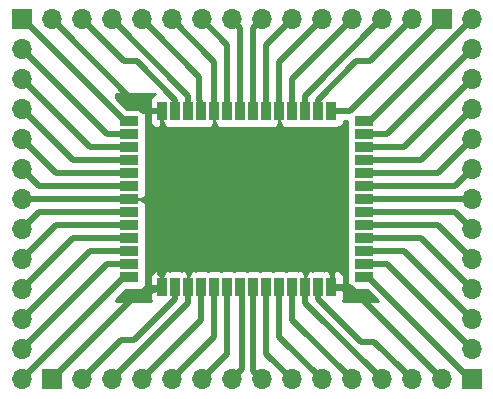
<source format=gbr>
G04 #@! TF.GenerationSoftware,KiCad,Pcbnew,(5.0.2)-1*
G04 #@! TF.CreationDate,2020-04-06T16:25:54+09:00*
G04 #@! TF.ProjectId,ZED-F9P_Converter,5a45442d-4639-4505-9f43-6f6e76657274,1.0*
G04 #@! TF.SameCoordinates,Original*
G04 #@! TF.FileFunction,Copper,L1,Top*
G04 #@! TF.FilePolarity,Positive*
%FSLAX46Y46*%
G04 Gerber Fmt 4.6, Leading zero omitted, Abs format (unit mm)*
G04 Created by KiCad (PCBNEW (5.0.2)-1) date 2020/04/06 16:25:54*
%MOMM*%
%LPD*%
G01*
G04 APERTURE LIST*
G04 #@! TA.AperFunction,SMDPad,CuDef*
%ADD10R,1.100000X1.100000*%
G04 #@! TD*
G04 #@! TA.AperFunction,SMDPad,CuDef*
%ADD11R,1.600000X0.900000*%
G04 #@! TD*
G04 #@! TA.AperFunction,SMDPad,CuDef*
%ADD12R,0.900000X1.600000*%
G04 #@! TD*
G04 #@! TA.AperFunction,ComponentPad*
%ADD13R,1.700000X1.700000*%
G04 #@! TD*
G04 #@! TA.AperFunction,ComponentPad*
%ADD14O,1.700000X1.700000*%
G04 #@! TD*
G04 #@! TA.AperFunction,Conductor*
%ADD15C,0.500000*%
G04 #@! TD*
G04 #@! TA.AperFunction,Conductor*
%ADD16C,0.250000*%
G04 #@! TD*
G04 #@! TA.AperFunction,Conductor*
%ADD17C,0.254000*%
G04 #@! TD*
G04 APERTURE END LIST*
D10*
G04 #@! TO.P,U1,0*
G04 #@! TO.N,GND*
X144290000Y-109190000D03*
X140090000Y-109190000D03*
X148490000Y-109190000D03*
X142190000Y-109190000D03*
X135890000Y-109190000D03*
X137990000Y-109190000D03*
X146390000Y-109190000D03*
X150590000Y-109190000D03*
X142190000Y-111290000D03*
X150590000Y-111290000D03*
X144290000Y-111290000D03*
X140090000Y-111290000D03*
X148490000Y-111290000D03*
X135890000Y-111290000D03*
X146390000Y-111290000D03*
X137990000Y-111290000D03*
X140090000Y-113390000D03*
X148490000Y-113390000D03*
X135890000Y-113390000D03*
X144290000Y-113390000D03*
X150590000Y-113390000D03*
X146390000Y-113390000D03*
X142190000Y-113390000D03*
X137990000Y-113390000D03*
X140090000Y-115490000D03*
X144290000Y-115490000D03*
X148490000Y-115490000D03*
X150590000Y-115490000D03*
X142190000Y-115490000D03*
X135890000Y-115490000D03*
X137990000Y-115490000D03*
X146390000Y-115490000D03*
X140090000Y-117590000D03*
X144290000Y-117590000D03*
X142190000Y-117590000D03*
X135890000Y-117590000D03*
X148490000Y-117590000D03*
X150590000Y-117590000D03*
X137990000Y-117590000D03*
X146390000Y-117590000D03*
X150590000Y-119690000D03*
X148490000Y-119690000D03*
X146390000Y-119690000D03*
X144290000Y-119690000D03*
X142190000Y-119690000D03*
X140090000Y-119690000D03*
X137990000Y-119690000D03*
X135890000Y-119690000D03*
D11*
G04 #@! TO.P,U1,52*
G04 #@! TO.N,Net-(J4-Pad11)*
X133290000Y-118840000D03*
G04 #@! TO.P,U1,42*
G04 #@! TO.N,Net-(J4-Pad1)*
X133290000Y-107840000D03*
G04 #@! TO.P,U1,47*
G04 #@! TO.N,Net-(J4-Pad6)*
X133290000Y-113340000D03*
G04 #@! TO.P,U1,49*
G04 #@! TO.N,Net-(J4-Pad8)*
X133290000Y-115540000D03*
G04 #@! TO.P,U1,44*
G04 #@! TO.N,Net-(J4-Pad3)*
X133290000Y-110040000D03*
G04 #@! TO.P,U1,46*
G04 #@! TO.N,Net-(J4-Pad5)*
X133290000Y-112240000D03*
G04 #@! TO.P,U1,54*
G04 #@! TO.N,Net-(J4-Pad13)*
X133290000Y-121040000D03*
G04 #@! TO.P,U1,48*
G04 #@! TO.N,GND*
X133290000Y-114440000D03*
G04 #@! TO.P,U1,45*
G04 #@! TO.N,Net-(J4-Pad4)*
X133290000Y-111140000D03*
G04 #@! TO.P,U1,50*
G04 #@! TO.N,Net-(J4-Pad9)*
X133290000Y-116640000D03*
G04 #@! TO.P,U1,53*
G04 #@! TO.N,Net-(J4-Pad12)*
X133290000Y-119940000D03*
G04 #@! TO.P,U1,51*
G04 #@! TO.N,Net-(J4-Pad10)*
X133290000Y-117740000D03*
G04 #@! TO.P,U1,43*
G04 #@! TO.N,Net-(J4-Pad2)*
X133290000Y-108940000D03*
G04 #@! TO.P,U1,27*
G04 #@! TO.N,Net-(J2-Pad13)*
X153190000Y-107840000D03*
G04 #@! TO.P,U1,26*
G04 #@! TO.N,Net-(J2-Pad12)*
X153190000Y-108940000D03*
G04 #@! TO.P,U1,25*
G04 #@! TO.N,Net-(J2-Pad11)*
X153190000Y-110040000D03*
G04 #@! TO.P,U1,24*
G04 #@! TO.N,Net-(J2-Pad10)*
X153190000Y-111140000D03*
G04 #@! TO.P,U1,23*
G04 #@! TO.N,Net-(J2-Pad9)*
X153190000Y-112240000D03*
G04 #@! TO.P,U1,22*
G04 #@! TO.N,Net-(J2-Pad8)*
X153190000Y-113340000D03*
G04 #@! TO.P,U1,21*
G04 #@! TO.N,Net-(J2-Pad7)*
X153190000Y-114440000D03*
G04 #@! TO.P,U1,20*
G04 #@! TO.N,Net-(J2-Pad6)*
X153190000Y-115540000D03*
G04 #@! TO.P,U1,19*
G04 #@! TO.N,Net-(J2-Pad5)*
X153190000Y-116640000D03*
G04 #@! TO.P,U1,18*
G04 #@! TO.N,Net-(J2-Pad4)*
X153190000Y-117740000D03*
G04 #@! TO.P,U1,17*
G04 #@! TO.N,Net-(J2-Pad3)*
X153190000Y-118840000D03*
G04 #@! TO.P,U1,16*
G04 #@! TO.N,Net-(J2-Pad2)*
X153190000Y-119940000D03*
G04 #@! TO.P,U1,15*
G04 #@! TO.N,Net-(J2-Pad1)*
X153190000Y-121040000D03*
D12*
G04 #@! TO.P,U1,33*
G04 #@! TO.N,Net-(J3-Pad6)*
X144890000Y-106940000D03*
G04 #@! TO.P,U1,34*
G04 #@! TO.N,Net-(J3-Pad7)*
X143790000Y-106940000D03*
G04 #@! TO.P,U1,35*
G04 #@! TO.N,Net-(J3-Pad8)*
X142690000Y-106940000D03*
G04 #@! TO.P,U1,37*
G04 #@! TO.N,GND*
X140490000Y-106940000D03*
G04 #@! TO.P,U1,32*
X145990000Y-106940000D03*
G04 #@! TO.P,U1,39*
G04 #@! TO.N,Net-(J3-Pad12)*
X138290000Y-106940000D03*
G04 #@! TO.P,U1,38*
G04 #@! TO.N,Net-(J3-Pad11)*
X139390000Y-106940000D03*
G04 #@! TO.P,U1,28*
G04 #@! TO.N,Net-(J3-Pad1)*
X150390000Y-106940000D03*
G04 #@! TO.P,U1,41*
G04 #@! TO.N,GND*
X136090000Y-106940000D03*
G04 #@! TO.P,U1,40*
G04 #@! TO.N,Net-(J3-Pad13)*
X137190000Y-106940000D03*
G04 #@! TO.P,U1,29*
G04 #@! TO.N,Net-(J3-Pad2)*
X149290000Y-106940000D03*
G04 #@! TO.P,U1,36*
G04 #@! TO.N,Net-(J3-Pad9)*
X141590000Y-106940000D03*
G04 #@! TO.P,U1,31*
G04 #@! TO.N,Net-(J3-Pad4)*
X147090000Y-106940000D03*
G04 #@! TO.P,U1,30*
G04 #@! TO.N,Net-(J3-Pad3)*
X148190000Y-106940000D03*
G04 #@! TO.P,U1,14*
G04 #@! TO.N,GND*
X150390000Y-121890000D03*
G04 #@! TO.P,U1,13*
G04 #@! TO.N,Net-(J1-Pad13)*
X149290000Y-121890000D03*
G04 #@! TO.P,U1,12*
G04 #@! TO.N,GND*
X148190000Y-121890000D03*
G04 #@! TO.P,U1,11*
G04 #@! TO.N,Net-(J1-Pad11)*
X147090000Y-121890000D03*
G04 #@! TO.P,U1,10*
G04 #@! TO.N,Net-(J1-Pad10)*
X145990000Y-121890000D03*
G04 #@! TO.P,U1,9*
G04 #@! TO.N,Net-(J1-Pad9)*
X144890000Y-121890000D03*
G04 #@! TO.P,U1,8*
G04 #@! TO.N,Net-(J1-Pad8)*
X143790000Y-121890000D03*
G04 #@! TO.P,U1,7*
G04 #@! TO.N,Net-(J1-Pad7)*
X142690000Y-121890000D03*
G04 #@! TO.P,U1,6*
G04 #@! TO.N,Net-(J1-Pad6)*
X141590000Y-121890000D03*
G04 #@! TO.P,U1,5*
G04 #@! TO.N,Net-(J1-Pad5)*
X140490000Y-121890000D03*
G04 #@! TO.P,U1,4*
G04 #@! TO.N,Net-(J1-Pad4)*
X139390000Y-121890000D03*
G04 #@! TO.P,U1,3*
G04 #@! TO.N,GND*
X138290000Y-121890000D03*
G04 #@! TO.P,U1,2*
G04 #@! TO.N,Net-(J1-Pad2)*
X137190000Y-121890000D03*
G04 #@! TO.P,U1,1*
G04 #@! TO.N,GND*
X136090000Y-121890000D03*
G04 #@! TD*
D13*
G04 #@! TO.P,J1,1*
G04 #@! TO.N,GND*
X126730000Y-129680000D03*
D14*
G04 #@! TO.P,J1,2*
G04 #@! TO.N,Net-(J1-Pad2)*
X129270000Y-129680000D03*
G04 #@! TO.P,J1,3*
G04 #@! TO.N,GND*
X131810000Y-129680000D03*
G04 #@! TO.P,J1,4*
G04 #@! TO.N,Net-(J1-Pad4)*
X134350000Y-129680000D03*
G04 #@! TO.P,J1,5*
G04 #@! TO.N,Net-(J1-Pad5)*
X136890000Y-129680000D03*
G04 #@! TO.P,J1,6*
G04 #@! TO.N,Net-(J1-Pad6)*
X139430000Y-129680000D03*
G04 #@! TO.P,J1,7*
G04 #@! TO.N,Net-(J1-Pad7)*
X141970000Y-129680000D03*
G04 #@! TO.P,J1,8*
G04 #@! TO.N,Net-(J1-Pad8)*
X144510000Y-129680000D03*
G04 #@! TO.P,J1,9*
G04 #@! TO.N,Net-(J1-Pad9)*
X147050000Y-129680000D03*
G04 #@! TO.P,J1,10*
G04 #@! TO.N,Net-(J1-Pad10)*
X149590000Y-129680000D03*
G04 #@! TO.P,J1,11*
G04 #@! TO.N,Net-(J1-Pad11)*
X152130000Y-129680000D03*
G04 #@! TO.P,J1,12*
G04 #@! TO.N,GND*
X154670000Y-129680000D03*
G04 #@! TO.P,J1,13*
G04 #@! TO.N,Net-(J1-Pad13)*
X157210000Y-129680000D03*
G04 #@! TO.P,J1,14*
G04 #@! TO.N,GND*
X159750000Y-129680000D03*
G04 #@! TD*
D13*
G04 #@! TO.P,J2,1*
G04 #@! TO.N,Net-(J2-Pad1)*
X162290000Y-129680000D03*
D14*
G04 #@! TO.P,J2,2*
G04 #@! TO.N,Net-(J2-Pad2)*
X162290000Y-127140000D03*
G04 #@! TO.P,J2,3*
G04 #@! TO.N,Net-(J2-Pad3)*
X162290000Y-124600000D03*
G04 #@! TO.P,J2,4*
G04 #@! TO.N,Net-(J2-Pad4)*
X162290000Y-122060000D03*
G04 #@! TO.P,J2,5*
G04 #@! TO.N,Net-(J2-Pad5)*
X162290000Y-119520000D03*
G04 #@! TO.P,J2,6*
G04 #@! TO.N,Net-(J2-Pad6)*
X162290000Y-116980000D03*
G04 #@! TO.P,J2,7*
G04 #@! TO.N,Net-(J2-Pad7)*
X162290000Y-114440000D03*
G04 #@! TO.P,J2,8*
G04 #@! TO.N,Net-(J2-Pad8)*
X162290000Y-111900000D03*
G04 #@! TO.P,J2,9*
G04 #@! TO.N,Net-(J2-Pad9)*
X162290000Y-109360000D03*
G04 #@! TO.P,J2,10*
G04 #@! TO.N,Net-(J2-Pad10)*
X162290000Y-106820000D03*
G04 #@! TO.P,J2,11*
G04 #@! TO.N,Net-(J2-Pad11)*
X162290000Y-104280000D03*
G04 #@! TO.P,J2,12*
G04 #@! TO.N,Net-(J2-Pad12)*
X162290000Y-101740000D03*
G04 #@! TO.P,J2,13*
G04 #@! TO.N,Net-(J2-Pad13)*
X162290000Y-99200000D03*
G04 #@! TD*
G04 #@! TO.P,J3,14*
G04 #@! TO.N,GND*
X126730000Y-99200000D03*
G04 #@! TO.P,J3,13*
G04 #@! TO.N,Net-(J3-Pad13)*
X129270000Y-99200000D03*
G04 #@! TO.P,J3,12*
G04 #@! TO.N,Net-(J3-Pad12)*
X131810000Y-99200000D03*
G04 #@! TO.P,J3,11*
G04 #@! TO.N,Net-(J3-Pad11)*
X134350000Y-99200000D03*
G04 #@! TO.P,J3,10*
G04 #@! TO.N,GND*
X136890000Y-99200000D03*
G04 #@! TO.P,J3,9*
G04 #@! TO.N,Net-(J3-Pad9)*
X139430000Y-99200000D03*
G04 #@! TO.P,J3,8*
G04 #@! TO.N,Net-(J3-Pad8)*
X141970000Y-99200000D03*
G04 #@! TO.P,J3,7*
G04 #@! TO.N,Net-(J3-Pad7)*
X144510000Y-99200000D03*
G04 #@! TO.P,J3,6*
G04 #@! TO.N,Net-(J3-Pad6)*
X147050000Y-99200000D03*
G04 #@! TO.P,J3,5*
G04 #@! TO.N,GND*
X149590000Y-99200000D03*
G04 #@! TO.P,J3,4*
G04 #@! TO.N,Net-(J3-Pad4)*
X152130000Y-99200000D03*
G04 #@! TO.P,J3,3*
G04 #@! TO.N,Net-(J3-Pad3)*
X154670000Y-99200000D03*
G04 #@! TO.P,J3,2*
G04 #@! TO.N,Net-(J3-Pad2)*
X157210000Y-99200000D03*
D13*
G04 #@! TO.P,J3,1*
G04 #@! TO.N,Net-(J3-Pad1)*
X159750000Y-99200000D03*
G04 #@! TD*
D14*
G04 #@! TO.P,J4,13*
G04 #@! TO.N,Net-(J4-Pad13)*
X124190000Y-129680000D03*
G04 #@! TO.P,J4,12*
G04 #@! TO.N,Net-(J4-Pad12)*
X124190000Y-127140000D03*
G04 #@! TO.P,J4,11*
G04 #@! TO.N,Net-(J4-Pad11)*
X124190000Y-124600000D03*
G04 #@! TO.P,J4,10*
G04 #@! TO.N,Net-(J4-Pad10)*
X124190000Y-122060000D03*
G04 #@! TO.P,J4,9*
G04 #@! TO.N,Net-(J4-Pad9)*
X124190000Y-119520000D03*
G04 #@! TO.P,J4,8*
G04 #@! TO.N,Net-(J4-Pad8)*
X124190000Y-116980000D03*
G04 #@! TO.P,J4,7*
G04 #@! TO.N,GND*
X124190000Y-114440000D03*
G04 #@! TO.P,J4,6*
G04 #@! TO.N,Net-(J4-Pad6)*
X124190000Y-111900000D03*
G04 #@! TO.P,J4,5*
G04 #@! TO.N,Net-(J4-Pad5)*
X124190000Y-109360000D03*
G04 #@! TO.P,J4,4*
G04 #@! TO.N,Net-(J4-Pad4)*
X124190000Y-106820000D03*
G04 #@! TO.P,J4,3*
G04 #@! TO.N,Net-(J4-Pad3)*
X124190000Y-104280000D03*
G04 #@! TO.P,J4,2*
G04 #@! TO.N,Net-(J4-Pad2)*
X124190000Y-101740000D03*
D13*
G04 #@! TO.P,J4,1*
G04 #@! TO.N,Net-(J4-Pad1)*
X124190000Y-99200000D03*
G04 #@! TD*
D15*
G04 #@! TO.N,Net-(J1-Pad2)*
X132585000Y-126365000D02*
X129270000Y-129680000D01*
X133675002Y-126365000D02*
X132585000Y-126365000D01*
X137190000Y-121890000D02*
X137190000Y-122850002D01*
X137190000Y-122850002D02*
X133675002Y-126365000D01*
G04 #@! TO.N,Net-(J1-Pad4)*
X139390000Y-124640000D02*
X134350000Y-129680000D01*
X139390000Y-121890000D02*
X139390000Y-124640000D01*
G04 #@! TO.N,Net-(J1-Pad5)*
X140490000Y-126080000D02*
X136890000Y-129680000D01*
X140490000Y-121890000D02*
X140490000Y-126080000D01*
G04 #@! TO.N,Net-(J1-Pad6)*
X141590000Y-127520000D02*
X139430000Y-129680000D01*
X141590000Y-121890000D02*
X141590000Y-127520000D01*
G04 #@! TO.N,Net-(J1-Pad7)*
X142819999Y-128830001D02*
X141970000Y-129680000D01*
X142819999Y-122234999D02*
X142819999Y-128830001D01*
X142690000Y-122105000D02*
X142819999Y-122234999D01*
X142690000Y-121890000D02*
X142690000Y-122105000D01*
G04 #@! TO.N,Net-(J1-Pad8)*
X143790000Y-128960000D02*
X144510000Y-129680000D01*
X143790000Y-121890000D02*
X143790000Y-128960000D01*
G04 #@! TO.N,Net-(J1-Pad9)*
X144890000Y-127520000D02*
X147050000Y-129680000D01*
X144890000Y-121890000D02*
X144890000Y-127520000D01*
G04 #@! TO.N,Net-(J1-Pad10)*
X145990000Y-126080000D02*
X149590000Y-129680000D01*
X145990000Y-121890000D02*
X145990000Y-126080000D01*
G04 #@! TO.N,Net-(J1-Pad11)*
X147090000Y-124640000D02*
X152130000Y-129680000D01*
X147090000Y-121890000D02*
X147090000Y-124640000D01*
G04 #@! TO.N,Net-(J1-Pad13)*
X156360001Y-128830001D02*
X157210000Y-129680000D01*
X153998002Y-126468002D02*
X156360001Y-128830001D01*
X152908000Y-126468002D02*
X153998002Y-126468002D01*
X149290000Y-121890000D02*
X149290000Y-122850002D01*
X149290000Y-122850002D02*
X152908000Y-126468002D01*
G04 #@! TO.N,Net-(J2-Pad1)*
X162180000Y-129680000D02*
X162290000Y-129680000D01*
X153540000Y-121040000D02*
X162180000Y-129680000D01*
X153190000Y-121040000D02*
X153540000Y-121040000D01*
G04 #@! TO.N,Net-(J2-Pad2)*
X155090000Y-119940000D02*
X162290000Y-127140000D01*
X153190000Y-119940000D02*
X155090000Y-119940000D01*
G04 #@! TO.N,Net-(J2-Pad3)*
X156530000Y-118840000D02*
X162290000Y-124600000D01*
X153190000Y-118840000D02*
X156530000Y-118840000D01*
G04 #@! TO.N,Net-(J2-Pad4)*
X157970000Y-117740000D02*
X162290000Y-122060000D01*
X153190000Y-117740000D02*
X157970000Y-117740000D01*
G04 #@! TO.N,Net-(J2-Pad5)*
X159410000Y-116640000D02*
X162290000Y-119520000D01*
X153190000Y-116640000D02*
X159410000Y-116640000D01*
G04 #@! TO.N,Net-(J2-Pad6)*
X160850000Y-115540000D02*
X162290000Y-116980000D01*
X153190000Y-115540000D02*
X160850000Y-115540000D01*
G04 #@! TO.N,Net-(J2-Pad7)*
X153190000Y-114440000D02*
X162290000Y-114440000D01*
G04 #@! TO.N,Net-(J2-Pad8)*
X160850000Y-113340000D02*
X162290000Y-111900000D01*
X153190000Y-113340000D02*
X160850000Y-113340000D01*
G04 #@! TO.N,Net-(J2-Pad9)*
X159410000Y-112240000D02*
X162290000Y-109360000D01*
X153190000Y-112240000D02*
X159410000Y-112240000D01*
G04 #@! TO.N,Net-(J2-Pad10)*
X157970000Y-111140000D02*
X162290000Y-106820000D01*
X153190000Y-111140000D02*
X157970000Y-111140000D01*
G04 #@! TO.N,Net-(J2-Pad11)*
X156530000Y-110040000D02*
X162290000Y-104280000D01*
X153190000Y-110040000D02*
X156530000Y-110040000D01*
G04 #@! TO.N,Net-(J2-Pad12)*
X155090000Y-108940000D02*
X162290000Y-101740000D01*
X153190000Y-108940000D02*
X155090000Y-108940000D01*
G04 #@! TO.N,Net-(J2-Pad13)*
X161440001Y-100049999D02*
X162290000Y-99200000D01*
X153650000Y-107840000D02*
X161440001Y-100049999D01*
X153190000Y-107840000D02*
X153650000Y-107840000D01*
G04 #@! TO.N,Net-(J3-Pad13)*
X130119999Y-100049999D02*
X129270000Y-99200000D01*
X132813000Y-102743000D02*
X130119999Y-100049999D01*
X133953002Y-102743000D02*
X132813000Y-102743000D01*
X137190000Y-106940000D02*
X137190000Y-105979998D01*
X137190000Y-105979998D02*
X133953002Y-102743000D01*
G04 #@! TO.N,Net-(J3-Pad12)*
X131850000Y-99200000D02*
X131810000Y-99200000D01*
X138290000Y-105640000D02*
X131850000Y-99200000D01*
X138290000Y-106940000D02*
X138290000Y-105640000D01*
G04 #@! TO.N,Net-(J3-Pad11)*
X135199999Y-100049999D02*
X134350000Y-99200000D01*
X139190001Y-104040001D02*
X135199999Y-100049999D01*
X139190001Y-106043001D02*
X139190001Y-104040001D01*
X139390000Y-106243000D02*
X139190001Y-106043001D01*
X139390000Y-106940000D02*
X139390000Y-106243000D01*
G04 #@! TO.N,Net-(J3-Pad9)*
X141590000Y-101360000D02*
X139430000Y-99200000D01*
X141590000Y-106940000D02*
X141590000Y-101360000D01*
G04 #@! TO.N,Net-(J3-Pad8)*
X142690000Y-99920000D02*
X141970000Y-99200000D01*
X142690000Y-106940000D02*
X142690000Y-99920000D01*
G04 #@! TO.N,Net-(J3-Pad7)*
X143790000Y-99920000D02*
X144510000Y-99200000D01*
X143790000Y-106940000D02*
X143790000Y-99920000D01*
G04 #@! TO.N,Net-(J3-Pad6)*
X144890000Y-101360000D02*
X147050000Y-99200000D01*
X144890000Y-106940000D02*
X144890000Y-101360000D01*
G04 #@! TO.N,Net-(J3-Pad4)*
X147090000Y-104240000D02*
X152130000Y-99200000D01*
X147090000Y-106940000D02*
X147090000Y-104240000D01*
G04 #@! TO.N,Net-(J3-Pad3)*
X154630000Y-99200000D02*
X154670000Y-99200000D01*
X148190000Y-105640000D02*
X154630000Y-99200000D01*
X148190000Y-106940000D02*
X148190000Y-105640000D01*
G04 #@! TO.N,Net-(J3-Pad2)*
X156360001Y-100049999D02*
X157210000Y-99200000D01*
X153667000Y-102743000D02*
X156360001Y-100049999D01*
X152526998Y-102743000D02*
X153667000Y-102743000D01*
X149290000Y-106940000D02*
X149290000Y-105979998D01*
X149290000Y-105979998D02*
X152526998Y-102743000D01*
G04 #@! TO.N,Net-(J3-Pad1)*
X151340000Y-106940000D02*
X150390000Y-106940000D01*
X152013000Y-106940000D02*
X151340000Y-106940000D01*
X159750000Y-99200000D02*
X159750000Y-99203000D01*
X159750000Y-99203000D02*
X152013000Y-106940000D01*
G04 #@! TO.N,Net-(J4-Pad13)*
X132830000Y-121040000D02*
X133290000Y-121040000D01*
X124190000Y-129680000D02*
X132830000Y-121040000D01*
G04 #@! TO.N,Net-(J4-Pad12)*
X131390000Y-119940000D02*
X133290000Y-119940000D01*
X124190000Y-127140000D02*
X131390000Y-119940000D01*
G04 #@! TO.N,Net-(J4-Pad11)*
X129950000Y-118840000D02*
X133290000Y-118840000D01*
X124190000Y-124600000D02*
X129950000Y-118840000D01*
D16*
G04 #@! TO.N,Net-(J4-Pad10)*
X125039999Y-121210001D02*
X124190000Y-122060000D01*
X127860010Y-118389990D02*
X125039999Y-121210001D01*
X133290000Y-117740000D02*
X132240000Y-117740000D01*
D15*
X128510000Y-117740000D02*
X124190000Y-122060000D01*
X133290000Y-117740000D02*
X128510000Y-117740000D01*
G04 #@! TO.N,Net-(J4-Pad9)*
X127070000Y-116640000D02*
X124190000Y-119520000D01*
X133290000Y-116640000D02*
X127070000Y-116640000D01*
G04 #@! TO.N,Net-(J4-Pad8)*
X125630000Y-115540000D02*
X124190000Y-116980000D01*
X133290000Y-115540000D02*
X125630000Y-115540000D01*
G04 #@! TO.N,Net-(J4-Pad6)*
X125630000Y-113340000D02*
X124190000Y-111900000D01*
X133290000Y-113340000D02*
X125630000Y-113340000D01*
G04 #@! TO.N,Net-(J4-Pad5)*
X127070000Y-112240000D02*
X133290000Y-112240000D01*
X124190000Y-109360000D02*
X127070000Y-112240000D01*
G04 #@! TO.N,Net-(J4-Pad4)*
X128510000Y-111140000D02*
X124190000Y-106820000D01*
X133290000Y-111140000D02*
X128510000Y-111140000D01*
G04 #@! TO.N,Net-(J4-Pad3)*
X129950000Y-110040000D02*
X133290000Y-110040000D01*
X124190000Y-104280000D02*
X129950000Y-110040000D01*
G04 #@! TO.N,Net-(J4-Pad2)*
X131390000Y-108940000D02*
X124190000Y-101740000D01*
X133290000Y-108940000D02*
X131390000Y-108940000D01*
G04 #@! TO.N,Net-(J4-Pad1)*
X124300000Y-99200000D02*
X124190000Y-99200000D01*
X132940000Y-107840000D02*
X124300000Y-99200000D01*
X133290000Y-107840000D02*
X132940000Y-107840000D01*
G04 #@! TO.N,GND*
X148190000Y-123200000D02*
X154670000Y-129680000D01*
X148190000Y-121890000D02*
X148190000Y-123200000D01*
X138290000Y-123200000D02*
X131810000Y-129680000D01*
X138290000Y-121890000D02*
X138290000Y-123200000D01*
X135890000Y-120740000D02*
X135890000Y-119690000D01*
X126730000Y-129680000D02*
X126950000Y-129680000D01*
X151960000Y-121890000D02*
X159750000Y-129680000D01*
X150390000Y-121890000D02*
X151960000Y-121890000D01*
X124190000Y-114440000D02*
X133290000Y-114440000D01*
X134470000Y-106940000D02*
X126730000Y-99200000D01*
X136090000Y-106940000D02*
X134470000Y-106940000D01*
X145990000Y-102800000D02*
X149590000Y-99200000D01*
X145990000Y-106940000D02*
X145990000Y-102800000D01*
X140490000Y-102800000D02*
X136890000Y-99200000D01*
X140490000Y-106940000D02*
X140490000Y-102800000D01*
X133730895Y-122682000D02*
X136090000Y-121890000D01*
X126730000Y-129680000D02*
X133730895Y-122682000D01*
G04 #@! TD*
D17*
G04 #@! TO.N,GND*
G36*
X135280302Y-105601673D02*
X135101673Y-105780301D01*
X135005000Y-106013690D01*
X135005000Y-106654250D01*
X135163750Y-106813000D01*
X135963000Y-106813000D01*
X135963000Y-106793000D01*
X136092560Y-106793000D01*
X136092560Y-107740000D01*
X136141843Y-107987765D01*
X136217000Y-108100245D01*
X136217000Y-108216250D01*
X136375750Y-108375000D01*
X136666309Y-108375000D01*
X136669926Y-108373502D01*
X136740000Y-108387440D01*
X137640000Y-108387440D01*
X137740000Y-108367549D01*
X137840000Y-108387440D01*
X138740000Y-108387440D01*
X138840000Y-108367549D01*
X138940000Y-108387440D01*
X139840000Y-108387440D01*
X139910074Y-108373502D01*
X139913691Y-108375000D01*
X140204250Y-108375000D01*
X140363000Y-108216250D01*
X140363000Y-108100245D01*
X140438157Y-107987765D01*
X140487440Y-107740000D01*
X140487440Y-106793000D01*
X140492560Y-106793000D01*
X140492560Y-107740000D01*
X140541843Y-107987765D01*
X140617000Y-108100245D01*
X140617000Y-108216250D01*
X140775750Y-108375000D01*
X141066309Y-108375000D01*
X141069926Y-108373502D01*
X141140000Y-108387440D01*
X142040000Y-108387440D01*
X142140000Y-108367549D01*
X142240000Y-108387440D01*
X143140000Y-108387440D01*
X143240000Y-108367549D01*
X143340000Y-108387440D01*
X144240000Y-108387440D01*
X144340000Y-108367549D01*
X144440000Y-108387440D01*
X145340000Y-108387440D01*
X145410074Y-108373502D01*
X145413691Y-108375000D01*
X145704250Y-108375000D01*
X145863000Y-108216250D01*
X145863000Y-108100245D01*
X145938157Y-107987765D01*
X145987440Y-107740000D01*
X145987440Y-106793000D01*
X145992560Y-106793000D01*
X145992560Y-107740000D01*
X146041843Y-107987765D01*
X146117000Y-108100245D01*
X146117000Y-108216250D01*
X146275750Y-108375000D01*
X146566309Y-108375000D01*
X146569926Y-108373502D01*
X146640000Y-108387440D01*
X147540000Y-108387440D01*
X147640000Y-108367549D01*
X147740000Y-108387440D01*
X148640000Y-108387440D01*
X148740000Y-108367549D01*
X148840000Y-108387440D01*
X149740000Y-108387440D01*
X149840000Y-108367549D01*
X149940000Y-108387440D01*
X150840000Y-108387440D01*
X151087765Y-108338157D01*
X151297809Y-108197809D01*
X151438157Y-107987765D01*
X151470533Y-107825000D01*
X151742560Y-107825000D01*
X151742560Y-108290000D01*
X151762451Y-108390000D01*
X151742560Y-108490000D01*
X151742560Y-109390000D01*
X151762451Y-109490000D01*
X151742560Y-109590000D01*
X151742560Y-110490000D01*
X151762451Y-110590000D01*
X151742560Y-110690000D01*
X151742560Y-111590000D01*
X151762451Y-111690000D01*
X151742560Y-111790000D01*
X151742560Y-112690000D01*
X151762451Y-112790000D01*
X151742560Y-112890000D01*
X151742560Y-113790000D01*
X151762451Y-113890000D01*
X151742560Y-113990000D01*
X151742560Y-114890000D01*
X151762451Y-114990000D01*
X151742560Y-115090000D01*
X151742560Y-115990000D01*
X151762451Y-116090000D01*
X151742560Y-116190000D01*
X151742560Y-117090000D01*
X151762451Y-117190000D01*
X151742560Y-117290000D01*
X151742560Y-118190000D01*
X151762451Y-118290000D01*
X151742560Y-118390000D01*
X151742560Y-119290000D01*
X151762451Y-119390000D01*
X151742560Y-119490000D01*
X151742560Y-120390000D01*
X151762451Y-120490000D01*
X151742560Y-120590000D01*
X151742560Y-121490000D01*
X151791843Y-121737765D01*
X151932191Y-121947809D01*
X152142235Y-122088157D01*
X152390000Y-122137440D01*
X153385862Y-122137440D01*
X154311422Y-123063000D01*
X151365026Y-123063000D01*
X151378327Y-123049699D01*
X151475000Y-122816310D01*
X151475000Y-122175750D01*
X151316250Y-122017000D01*
X150517000Y-122017000D01*
X150517000Y-122037000D01*
X150387440Y-122037000D01*
X150387440Y-121090000D01*
X150338157Y-120842235D01*
X150263000Y-120729755D01*
X150263000Y-120613750D01*
X150517000Y-120613750D01*
X150517000Y-121763000D01*
X151316250Y-121763000D01*
X151475000Y-121604250D01*
X151475000Y-120963690D01*
X151378327Y-120730301D01*
X151199698Y-120551673D01*
X150966309Y-120455000D01*
X150675750Y-120455000D01*
X150517000Y-120613750D01*
X150263000Y-120613750D01*
X150104250Y-120455000D01*
X149813691Y-120455000D01*
X149810074Y-120456498D01*
X149740000Y-120442560D01*
X148840000Y-120442560D01*
X148769926Y-120456498D01*
X148766309Y-120455000D01*
X148475750Y-120455000D01*
X148317000Y-120613750D01*
X148317000Y-120729755D01*
X148241843Y-120842235D01*
X148192560Y-121090000D01*
X148192560Y-122037000D01*
X148187440Y-122037000D01*
X148187440Y-121090000D01*
X148138157Y-120842235D01*
X148063000Y-120729755D01*
X148063000Y-120613750D01*
X147904250Y-120455000D01*
X147613691Y-120455000D01*
X147610074Y-120456498D01*
X147540000Y-120442560D01*
X146640000Y-120442560D01*
X146540000Y-120462451D01*
X146440000Y-120442560D01*
X145540000Y-120442560D01*
X145440000Y-120462451D01*
X145340000Y-120442560D01*
X144440000Y-120442560D01*
X144340000Y-120462451D01*
X144240000Y-120442560D01*
X143340000Y-120442560D01*
X143240000Y-120462451D01*
X143140000Y-120442560D01*
X142240000Y-120442560D01*
X142140000Y-120462451D01*
X142040000Y-120442560D01*
X141140000Y-120442560D01*
X141040000Y-120462451D01*
X140940000Y-120442560D01*
X140040000Y-120442560D01*
X139940000Y-120462451D01*
X139840000Y-120442560D01*
X138940000Y-120442560D01*
X138869926Y-120456498D01*
X138866309Y-120455000D01*
X138575750Y-120455000D01*
X138417000Y-120613750D01*
X138417000Y-120729755D01*
X138341843Y-120842235D01*
X138292560Y-121090000D01*
X138292560Y-122037000D01*
X138287440Y-122037000D01*
X138287440Y-121090000D01*
X138238157Y-120842235D01*
X138163000Y-120729755D01*
X138163000Y-120613750D01*
X138004250Y-120455000D01*
X137713691Y-120455000D01*
X137710074Y-120456498D01*
X137640000Y-120442560D01*
X136740000Y-120442560D01*
X136669926Y-120456498D01*
X136666309Y-120455000D01*
X136375750Y-120455000D01*
X136217000Y-120613750D01*
X136217000Y-120729755D01*
X136141843Y-120842235D01*
X136092560Y-121090000D01*
X136092560Y-122037000D01*
X135963000Y-122037000D01*
X135963000Y-122017000D01*
X135163750Y-122017000D01*
X135005000Y-122175750D01*
X135005000Y-122816310D01*
X135101673Y-123049699D01*
X135114974Y-123063000D01*
X132207000Y-123063000D01*
X132207000Y-122914579D01*
X132984139Y-122137440D01*
X134090000Y-122137440D01*
X134337765Y-122088157D01*
X134547809Y-121947809D01*
X134688157Y-121737765D01*
X134737440Y-121490000D01*
X134737440Y-120963690D01*
X135005000Y-120963690D01*
X135005000Y-121604250D01*
X135163750Y-121763000D01*
X135963000Y-121763000D01*
X135963000Y-120613750D01*
X135804250Y-120455000D01*
X135513691Y-120455000D01*
X135280302Y-120551673D01*
X135101673Y-120730301D01*
X135005000Y-120963690D01*
X134737440Y-120963690D01*
X134737440Y-120590000D01*
X134717549Y-120490000D01*
X134737440Y-120390000D01*
X134737440Y-119490000D01*
X134717549Y-119390000D01*
X134737440Y-119290000D01*
X134737440Y-118390000D01*
X134717549Y-118290000D01*
X134737440Y-118190000D01*
X134737440Y-117290000D01*
X134717549Y-117190000D01*
X134737440Y-117090000D01*
X134737440Y-116190000D01*
X134717549Y-116090000D01*
X134737440Y-115990000D01*
X134737440Y-115090000D01*
X134723502Y-115019927D01*
X134725000Y-115016310D01*
X134725000Y-114725750D01*
X134566250Y-114567000D01*
X134450245Y-114567000D01*
X134337765Y-114491843D01*
X134090000Y-114442560D01*
X133143000Y-114442560D01*
X133143000Y-114437440D01*
X134090000Y-114437440D01*
X134337765Y-114388157D01*
X134450245Y-114313000D01*
X134566250Y-114313000D01*
X134725000Y-114154250D01*
X134725000Y-113863690D01*
X134723502Y-113860073D01*
X134737440Y-113790000D01*
X134737440Y-112890000D01*
X134717549Y-112790000D01*
X134737440Y-112690000D01*
X134737440Y-111790000D01*
X134717549Y-111690000D01*
X134737440Y-111590000D01*
X134737440Y-110690000D01*
X134717549Y-110590000D01*
X134737440Y-110490000D01*
X134737440Y-109590000D01*
X134717549Y-109490000D01*
X134737440Y-109390000D01*
X134737440Y-108490000D01*
X134717549Y-108390000D01*
X134737440Y-108290000D01*
X134737440Y-107390000D01*
X134704769Y-107225750D01*
X135005000Y-107225750D01*
X135005000Y-107866310D01*
X135101673Y-108099699D01*
X135280302Y-108278327D01*
X135513691Y-108375000D01*
X135804250Y-108375000D01*
X135963000Y-108216250D01*
X135963000Y-107067000D01*
X135163750Y-107067000D01*
X135005000Y-107225750D01*
X134704769Y-107225750D01*
X134688157Y-107142235D01*
X134547809Y-106932191D01*
X134337765Y-106791843D01*
X134090000Y-106742560D01*
X133094139Y-106742560D01*
X132207000Y-105855421D01*
X132207000Y-105537000D01*
X135436436Y-105537000D01*
X135280302Y-105601673D01*
X135280302Y-105601673D01*
G37*
X135280302Y-105601673D02*
X135101673Y-105780301D01*
X135005000Y-106013690D01*
X135005000Y-106654250D01*
X135163750Y-106813000D01*
X135963000Y-106813000D01*
X135963000Y-106793000D01*
X136092560Y-106793000D01*
X136092560Y-107740000D01*
X136141843Y-107987765D01*
X136217000Y-108100245D01*
X136217000Y-108216250D01*
X136375750Y-108375000D01*
X136666309Y-108375000D01*
X136669926Y-108373502D01*
X136740000Y-108387440D01*
X137640000Y-108387440D01*
X137740000Y-108367549D01*
X137840000Y-108387440D01*
X138740000Y-108387440D01*
X138840000Y-108367549D01*
X138940000Y-108387440D01*
X139840000Y-108387440D01*
X139910074Y-108373502D01*
X139913691Y-108375000D01*
X140204250Y-108375000D01*
X140363000Y-108216250D01*
X140363000Y-108100245D01*
X140438157Y-107987765D01*
X140487440Y-107740000D01*
X140487440Y-106793000D01*
X140492560Y-106793000D01*
X140492560Y-107740000D01*
X140541843Y-107987765D01*
X140617000Y-108100245D01*
X140617000Y-108216250D01*
X140775750Y-108375000D01*
X141066309Y-108375000D01*
X141069926Y-108373502D01*
X141140000Y-108387440D01*
X142040000Y-108387440D01*
X142140000Y-108367549D01*
X142240000Y-108387440D01*
X143140000Y-108387440D01*
X143240000Y-108367549D01*
X143340000Y-108387440D01*
X144240000Y-108387440D01*
X144340000Y-108367549D01*
X144440000Y-108387440D01*
X145340000Y-108387440D01*
X145410074Y-108373502D01*
X145413691Y-108375000D01*
X145704250Y-108375000D01*
X145863000Y-108216250D01*
X145863000Y-108100245D01*
X145938157Y-107987765D01*
X145987440Y-107740000D01*
X145987440Y-106793000D01*
X145992560Y-106793000D01*
X145992560Y-107740000D01*
X146041843Y-107987765D01*
X146117000Y-108100245D01*
X146117000Y-108216250D01*
X146275750Y-108375000D01*
X146566309Y-108375000D01*
X146569926Y-108373502D01*
X146640000Y-108387440D01*
X147540000Y-108387440D01*
X147640000Y-108367549D01*
X147740000Y-108387440D01*
X148640000Y-108387440D01*
X148740000Y-108367549D01*
X148840000Y-108387440D01*
X149740000Y-108387440D01*
X149840000Y-108367549D01*
X149940000Y-108387440D01*
X150840000Y-108387440D01*
X151087765Y-108338157D01*
X151297809Y-108197809D01*
X151438157Y-107987765D01*
X151470533Y-107825000D01*
X151742560Y-107825000D01*
X151742560Y-108290000D01*
X151762451Y-108390000D01*
X151742560Y-108490000D01*
X151742560Y-109390000D01*
X151762451Y-109490000D01*
X151742560Y-109590000D01*
X151742560Y-110490000D01*
X151762451Y-110590000D01*
X151742560Y-110690000D01*
X151742560Y-111590000D01*
X151762451Y-111690000D01*
X151742560Y-111790000D01*
X151742560Y-112690000D01*
X151762451Y-112790000D01*
X151742560Y-112890000D01*
X151742560Y-113790000D01*
X151762451Y-113890000D01*
X151742560Y-113990000D01*
X151742560Y-114890000D01*
X151762451Y-114990000D01*
X151742560Y-115090000D01*
X151742560Y-115990000D01*
X151762451Y-116090000D01*
X151742560Y-116190000D01*
X151742560Y-117090000D01*
X151762451Y-117190000D01*
X151742560Y-117290000D01*
X151742560Y-118190000D01*
X151762451Y-118290000D01*
X151742560Y-118390000D01*
X151742560Y-119290000D01*
X151762451Y-119390000D01*
X151742560Y-119490000D01*
X151742560Y-120390000D01*
X151762451Y-120490000D01*
X151742560Y-120590000D01*
X151742560Y-121490000D01*
X151791843Y-121737765D01*
X151932191Y-121947809D01*
X152142235Y-122088157D01*
X152390000Y-122137440D01*
X153385862Y-122137440D01*
X154311422Y-123063000D01*
X151365026Y-123063000D01*
X151378327Y-123049699D01*
X151475000Y-122816310D01*
X151475000Y-122175750D01*
X151316250Y-122017000D01*
X150517000Y-122017000D01*
X150517000Y-122037000D01*
X150387440Y-122037000D01*
X150387440Y-121090000D01*
X150338157Y-120842235D01*
X150263000Y-120729755D01*
X150263000Y-120613750D01*
X150517000Y-120613750D01*
X150517000Y-121763000D01*
X151316250Y-121763000D01*
X151475000Y-121604250D01*
X151475000Y-120963690D01*
X151378327Y-120730301D01*
X151199698Y-120551673D01*
X150966309Y-120455000D01*
X150675750Y-120455000D01*
X150517000Y-120613750D01*
X150263000Y-120613750D01*
X150104250Y-120455000D01*
X149813691Y-120455000D01*
X149810074Y-120456498D01*
X149740000Y-120442560D01*
X148840000Y-120442560D01*
X148769926Y-120456498D01*
X148766309Y-120455000D01*
X148475750Y-120455000D01*
X148317000Y-120613750D01*
X148317000Y-120729755D01*
X148241843Y-120842235D01*
X148192560Y-121090000D01*
X148192560Y-122037000D01*
X148187440Y-122037000D01*
X148187440Y-121090000D01*
X148138157Y-120842235D01*
X148063000Y-120729755D01*
X148063000Y-120613750D01*
X147904250Y-120455000D01*
X147613691Y-120455000D01*
X147610074Y-120456498D01*
X147540000Y-120442560D01*
X146640000Y-120442560D01*
X146540000Y-120462451D01*
X146440000Y-120442560D01*
X145540000Y-120442560D01*
X145440000Y-120462451D01*
X145340000Y-120442560D01*
X144440000Y-120442560D01*
X144340000Y-120462451D01*
X144240000Y-120442560D01*
X143340000Y-120442560D01*
X143240000Y-120462451D01*
X143140000Y-120442560D01*
X142240000Y-120442560D01*
X142140000Y-120462451D01*
X142040000Y-120442560D01*
X141140000Y-120442560D01*
X141040000Y-120462451D01*
X140940000Y-120442560D01*
X140040000Y-120442560D01*
X139940000Y-120462451D01*
X139840000Y-120442560D01*
X138940000Y-120442560D01*
X138869926Y-120456498D01*
X138866309Y-120455000D01*
X138575750Y-120455000D01*
X138417000Y-120613750D01*
X138417000Y-120729755D01*
X138341843Y-120842235D01*
X138292560Y-121090000D01*
X138292560Y-122037000D01*
X138287440Y-122037000D01*
X138287440Y-121090000D01*
X138238157Y-120842235D01*
X138163000Y-120729755D01*
X138163000Y-120613750D01*
X138004250Y-120455000D01*
X137713691Y-120455000D01*
X137710074Y-120456498D01*
X137640000Y-120442560D01*
X136740000Y-120442560D01*
X136669926Y-120456498D01*
X136666309Y-120455000D01*
X136375750Y-120455000D01*
X136217000Y-120613750D01*
X136217000Y-120729755D01*
X136141843Y-120842235D01*
X136092560Y-121090000D01*
X136092560Y-122037000D01*
X135963000Y-122037000D01*
X135963000Y-122017000D01*
X135163750Y-122017000D01*
X135005000Y-122175750D01*
X135005000Y-122816310D01*
X135101673Y-123049699D01*
X135114974Y-123063000D01*
X132207000Y-123063000D01*
X132207000Y-122914579D01*
X132984139Y-122137440D01*
X134090000Y-122137440D01*
X134337765Y-122088157D01*
X134547809Y-121947809D01*
X134688157Y-121737765D01*
X134737440Y-121490000D01*
X134737440Y-120963690D01*
X135005000Y-120963690D01*
X135005000Y-121604250D01*
X135163750Y-121763000D01*
X135963000Y-121763000D01*
X135963000Y-120613750D01*
X135804250Y-120455000D01*
X135513691Y-120455000D01*
X135280302Y-120551673D01*
X135101673Y-120730301D01*
X135005000Y-120963690D01*
X134737440Y-120963690D01*
X134737440Y-120590000D01*
X134717549Y-120490000D01*
X134737440Y-120390000D01*
X134737440Y-119490000D01*
X134717549Y-119390000D01*
X134737440Y-119290000D01*
X134737440Y-118390000D01*
X134717549Y-118290000D01*
X134737440Y-118190000D01*
X134737440Y-117290000D01*
X134717549Y-117190000D01*
X134737440Y-117090000D01*
X134737440Y-116190000D01*
X134717549Y-116090000D01*
X134737440Y-115990000D01*
X134737440Y-115090000D01*
X134723502Y-115019927D01*
X134725000Y-115016310D01*
X134725000Y-114725750D01*
X134566250Y-114567000D01*
X134450245Y-114567000D01*
X134337765Y-114491843D01*
X134090000Y-114442560D01*
X133143000Y-114442560D01*
X133143000Y-114437440D01*
X134090000Y-114437440D01*
X134337765Y-114388157D01*
X134450245Y-114313000D01*
X134566250Y-114313000D01*
X134725000Y-114154250D01*
X134725000Y-113863690D01*
X134723502Y-113860073D01*
X134737440Y-113790000D01*
X134737440Y-112890000D01*
X134717549Y-112790000D01*
X134737440Y-112690000D01*
X134737440Y-111790000D01*
X134717549Y-111690000D01*
X134737440Y-111590000D01*
X134737440Y-110690000D01*
X134717549Y-110590000D01*
X134737440Y-110490000D01*
X134737440Y-109590000D01*
X134717549Y-109490000D01*
X134737440Y-109390000D01*
X134737440Y-108490000D01*
X134717549Y-108390000D01*
X134737440Y-108290000D01*
X134737440Y-107390000D01*
X134704769Y-107225750D01*
X135005000Y-107225750D01*
X135005000Y-107866310D01*
X135101673Y-108099699D01*
X135280302Y-108278327D01*
X135513691Y-108375000D01*
X135804250Y-108375000D01*
X135963000Y-108216250D01*
X135963000Y-107067000D01*
X135163750Y-107067000D01*
X135005000Y-107225750D01*
X134704769Y-107225750D01*
X134688157Y-107142235D01*
X134547809Y-106932191D01*
X134337765Y-106791843D01*
X134090000Y-106742560D01*
X133094139Y-106742560D01*
X132207000Y-105855421D01*
X132207000Y-105537000D01*
X135436436Y-105537000D01*
X135280302Y-105601673D01*
G04 #@! TD*
M02*

</source>
